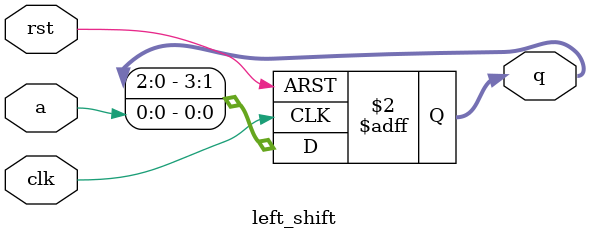
<source format=v>
module left_shift ( 
    input a,clk, rst,
    output reg [3:0] q
);
    always @(posedge clk or posedge rst) begin
        if (rst) begin
            q <= 4'b0000;
        end else begin
            q <= {q[2:0], a};
        end
    end
endmodule
</source>
